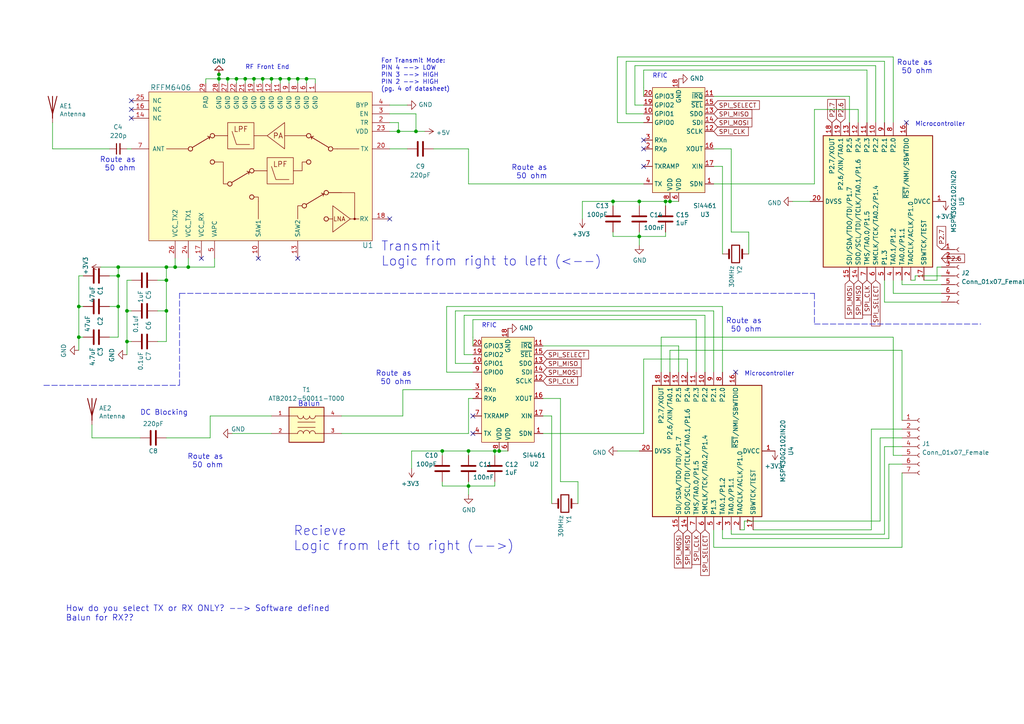
<source format=kicad_sch>
(kicad_sch (version 20211123) (generator eeschema)
  (paper "A4")
  (title_block (company "Atharva Kulkarni"))
  (lib_symbols
    (symbol "ATB2012-50011-T000:ATB2012-50011-T000" (pin_names (offset 1.016) hide)
      (property "Reference" "T" (at -5.08 5.715 0))
      (property "Value" "ATB2012-50011-T000" (at -5.1054 -7.6454 0))
      (symbol "ATB2012-50011-T000_0_0"
        (rectangle (start -5.08 -5.08) (end 5.08 5.08) (stroke (width 0.254)) (fill (type background)))
        (arc (start -2.54 2.54) (mid -1.7272 1.7272) (end -0.9144 2.54) (stroke (width 0.1524)))
        (arc (start -0.9144 -2.54) (mid -1.7526 -1.7018) (end -2.5654 -2.54) (stroke (width 0.1524)))
        (arc (start -0.9144 2.54) (mid 0 1.6256) (end 0.9144 2.54) (stroke (width 0.1524)))
        (polyline (pts (xy -5.08 2.54) (xy -2.54 2.54)) (stroke (width 0.1524)))
        (polyline (pts (xy -2.54 -2.54) (xy -5.08 -2.54)) (stroke (width 0.1524)))
        (polyline (pts (xy -2.54 -0.762) (xy 2.54 -0.762)) (stroke (width 0.1524)))
        (polyline (pts (xy -2.54 0.762) (xy 2.54 0.762)) (stroke (width 0.1524)))
        (polyline (pts (xy 2.54 2.54) (xy 5.08 2.54)) (stroke (width 0.1524)))
        (polyline (pts (xy 5.08 -2.54) (xy 2.54 -2.54)) (stroke (width 0.1524)))
        (arc (start 0.9144 -2.54) (mid 0 -1.6256) (end -0.9144 -2.54) (stroke (width 0.1524)))
        (arc (start 0.9144 2.54) (mid 1.7526 1.7018) (end 2.5654 2.54) (stroke (width 0.1524)))
        (arc (start 2.54 -2.54) (mid 1.7272 -1.7272) (end 0.9144 -2.54) (stroke (width 0.1524)))
        (pin passive line (at -10.16 2.54 0) (length 5.08) (name "~") (number "1"))
        (pin passive line (at -10.16 -2.54 0) (length 5.08) (name "~") (number "2"))
        (pin passive line (at 10.16 -2.54 180) (length 5.08) (name "~") (number "3"))
        (pin passive line (at 10.16 2.54 180) (length 5.08) (name "~") (number "4"))
      )
    )
    (symbol "Atharva-Colton-RF-rescue:+5V-openlst-hw" (power) (pin_names (offset 0))
      (property "Value" "+5V-openlst-hw" (at 0 3.556 0))
      (symbol "+5V-openlst-hw_0_1"
        (polyline (pts (xy -0.762 1.27) (xy 0 2.54)))
        (polyline (pts (xy 0 0) (xy 0 2.54)))
        (polyline (pts (xy 0 2.54) (xy 0.762 1.27)))
      )
      (symbol "+5V-openlst-hw_1_1"
        (pin power_in line (at 0 0 90) (length 0) hide (name "+5V") (number "1"))
      )
    )
    (symbol "Atharva-Colton-RF-rescue:C_Small-openlst-hw" (pin_numbers hide) (pin_names (offset 0.254) hide)
      (property "Reference" "C" (at 0.254 1.778 0))
      (property "Value" "C_Small-openlst-hw" (at 0.254 -2.032 0))
      (symbol "C_Small-openlst-hw_0_1"
        (polyline (pts (xy -1.524 -0.508) (xy 1.524 -0.508)) (stroke (width 0.3302)))
        (polyline (pts (xy -1.524 0.508) (xy 1.524 0.508)) (stroke (width 0.3048)))
      )
      (symbol "C_Small-openlst-hw_1_1"
        (pin passive line (at 0 2.54 270) (length 2.032) (name "~") (number "1"))
        (pin passive line (at 0 -2.54 90) (length 2.032) (name "~") (number "2"))
      )
    )
    (symbol "Atharva-Colton-RF-rescue:GND-openlst-hw" (power) (pin_names (offset 0))
      (property "Value" "GND-openlst-hw" (at 0 -3.81 0))
      (symbol "GND-openlst-hw_0_1"
        (polyline (pts (xy 0 0) (xy 0 -1.27) (xy 1.27 -1.27) (xy 0 -2.54) (xy -1.27 -1.27) (xy 0 -1.27)))
      )
      (symbol "GND-openlst-hw_1_1"
        (pin power_in line (at 0 0 270) (length 0) hide (name "GND") (number "1"))
      )
    )
    (symbol "Atharva-Colton-RF-rescue:RFFM6403-openlst-hw" (pin_names (offset 1.016))
      (property "Reference" "U" (at -30.48 22.86 0))
      (property "Value" "RFFM6403-openlst-hw" (at 26.67 -22.86 0))
      (symbol "RFFM6403-openlst-hw_0_0"
        (rectangle (start -31.75 21.59) (end 33.02 -21.59) (fill (type background)))
        (circle (center -26.67 15.24) (radius 0.254) (fill (type outline)))
        (polyline (pts (xy -25.4 15.24) (xy -27.94 15.24)))
        (polyline (pts (xy -22.86 7.62) (xy -19.05 7.62)))
        (polyline (pts (xy -22.86 7.62) (xy -19.05 7.62)))
        (polyline (pts (xy -21.59 -5.08) (xy -27.94 -5.08)))
        (polyline (pts (xy -20.32 15.24) (xy -19.05 15.24)))
        (polyline (pts (xy -1.27 -8.89) (xy 2.54 -8.89)))
        (polyline (pts (xy -1.27 1.27) (xy 2.54 1.27)))
        (polyline (pts (xy -1.27 1.27) (xy 2.54 1.27)))
        (polyline (pts (xy 1.27 10.16) (xy 1.27 15.24)))
        (polyline (pts (xy 10.16 -8.89) (xy 13.97 -8.89)))
        (polyline (pts (xy 10.16 -8.89) (xy 13.97 -8.89)))
        (polyline (pts (xy -22.86 7.62) (xy -26.67 7.62) (xy -26.67 15.24)))
        (polyline (pts (xy -11.43 11.43) (xy -10.16 11.43) (xy -10.16 15.24)))
        (polyline (pts (xy 2.54 8.89) (xy 1.27 8.89) (xy 1.27 10.16)))
        (text "LNA" (at -22.225 15.24 0) (effects (font (size 1.27 1.27))))
        (text "LPF" (at -5.08 -0.635 0) (effects (font (size 1.524 1.524))))
        (text "LPF" (at 6.35 -10.795 0) (effects (font (size 1.524 1.524))))
        (text "PA" (at -4.445 -8.89 0) (effects (font (size 1.524 1.524))))
      )
      (symbol "RFFM6403-openlst-hw_0_1"
        (circle (center -19.685 -5.08) (radius 0.635))
        (circle (center -19.685 -5.08) (radius 0.635))
        (circle (center -18.415 7.62) (radius 0.635))
        (circle (center -18.415 7.62) (radius 0.635))
        (circle (center -18.415 15.24) (radius 0.635))
        (circle (center -18.415 15.24) (radius 0.635))
        (circle (center -13.335 -8.89) (radius 0.635))
        (circle (center -13.335 -8.89) (radius 0.635))
        (circle (center -13.335 -1.27) (radius 0.635))
        (circle (center -13.335 -1.27) (radius 0.635))
        (circle (center -12.065 11.43) (radius 0.635))
        (circle (center -12.065 11.43) (radius 0.635))
        (rectangle (start -8.89 5.08) (end -1.27 -2.54))
        (polyline (pts (xy -20.32 -5.08) (xy -21.59 -5.08)))
        (polyline (pts (xy -17.653 8.001) (xy -17.018 7.747)))
        (polyline (pts (xy -17.653 8.001) (xy -17.018 7.747)))
        (polyline (pts (xy -14.097 -8.509) (xy -14.732 -8.763)))
        (polyline (pts (xy -14.097 -8.509) (xy -14.732 -8.763)))
        (polyline (pts (xy -12.7 -8.89) (xy -6.35 -8.89)))
        (polyline (pts (xy 3.937 1.651) (xy 4.572 1.397)))
        (polyline (pts (xy 3.937 1.651) (xy 4.572 1.397)))
        (polyline (pts (xy 15.367 -8.509) (xy 16.002 -8.763)))
        (polyline (pts (xy 15.367 -8.509) (xy 16.002 -8.763)))
        (polyline (pts (xy 21.59 -5.08) (xy 27.94 -5.08)))
        (polyline (pts (xy -19.177 -5.461) (xy -14.097 -8.509) (xy -14.224 -7.874)))
        (polyline (pts (xy -19.177 -5.461) (xy -14.097 -8.509) (xy -14.224 -7.874)))
        (polyline (pts (xy -12.573 11.049) (xy -17.653 8.001) (xy -17.526 8.636)))
        (polyline (pts (xy -12.573 11.049) (xy -17.653 8.001) (xy -17.526 8.636)))
        (polyline (pts (xy -7.62 3.81) (xy -3.81 3.81) (xy -2.54 0)))
        (polyline (pts (xy 3.81 -6.35) (xy 7.62 -6.35) (xy 8.89 -10.16)))
        (polyline (pts (xy 9.017 4.699) (xy 3.937 1.651) (xy 4.064 2.286)))
        (polyline (pts (xy 9.017 4.699) (xy 3.937 1.651) (xy 4.064 2.286)))
        (polyline (pts (xy 20.447 -5.461) (xy 15.367 -8.509) (xy 15.494 -7.874)))
        (polyline (pts (xy 20.447 -5.461) (xy 15.367 -8.509) (xy 15.494 -7.874)))
        (polyline (pts (xy -20.32 11.43) (xy -20.32 19.05) (xy -25.4 15.24) (xy -20.32 11.43)))
        (polyline (pts (xy -12.7 -1.27) (xy -11.43 -1.27) (xy -11.43 1.27) (xy -8.89 1.27)))
        (polyline (pts (xy -6.35 -12.7) (xy -6.35 -5.08) (xy -1.27 -8.89) (xy -6.35 -12.7)))
        (polyline (pts (xy 13.97 -1.27) (xy 11.43 -1.27) (xy 11.43 5.08) (xy 10.16 5.08)))
        (rectangle (start 2.54 -5.08) (end 10.16 -12.7))
        (circle (center 3.175 1.27) (radius 0.635))
        (circle (center 3.175 1.27) (radius 0.635))
        (circle (center 3.175 8.89) (radius 0.635))
        (circle (center 3.175 8.89) (radius 0.635))
        (circle (center 9.525 5.08) (radius 0.635))
        (circle (center 9.525 5.08) (radius 0.635))
        (circle (center 14.605 -8.89) (radius 0.635))
        (circle (center 14.605 -8.89) (radius 0.635))
        (circle (center 14.605 -1.27) (radius 0.635))
        (circle (center 14.605 -1.27) (radius 0.635))
        (circle (center 20.955 -5.08) (radius 0.635))
        (circle (center 20.955 -5.08) (radius 0.635))
      )
      (symbol "RFFM6403-openlst-hw_1_1"
        (pin passive line (at -15.24 -24.13 90) (length 2.54) (name "GND") (number "1"))
        (pin passive line (at 1.27 26.67 270) (length 5.08) (name "SAW1") (number "10"))
        (pin passive line (at -5.08 -24.13 90) (length 2.54) (name "GND") (number "11"))
        (pin passive line (at -2.54 -24.13 90) (length 2.54) (name "GND") (number "12"))
        (pin passive line (at -10.16 26.67 270) (length 5.08) (name "SAW2") (number "13"))
        (pin passive line (at 38.1 -13.97 180) (length 5.08) (name "NC") (number "14"))
        (pin passive line (at 0 -24.13 90) (length 2.54) (name "GND") (number "15"))
        (pin passive line (at 38.1 -16.51 180) (length 5.08) (name "NC") (number "16"))
        (pin passive line (at 17.78 26.67 270) (length 5.08) (name "VCC_RX") (number "17"))
        (pin passive line (at -36.83 15.24 0) (length 5.08) (name "RX") (number "18"))
        (pin passive line (at 2.54 -24.13 90) (length 2.54) (name "GND") (number "19"))
        (pin passive line (at -36.83 -12.7 0) (length 5.08) (name "TR") (number "2"))
        (pin passive line (at -36.83 -5.08 0) (length 5.08) (name "TX") (number "20"))
        (pin passive line (at 5.08 -24.13 90) (length 2.54) (name "GND") (number "21"))
        (pin passive line (at 7.62 -24.13 90) (length 2.54) (name "GND") (number "22"))
        (pin passive line (at -36.83 -10.16 0) (length 5.08) (name "VDD") (number "23"))
        (pin passive line (at 21.59 26.67 270) (length 5.08) (name "VCC_TX1") (number "24"))
        (pin passive line (at 38.1 -19.05 180) (length 5.08) (name "NC") (number "25"))
        (pin passive line (at 25.4 26.67 270) (length 5.08) (name "VCC_TX2") (number "26"))
        (pin passive line (at 10.16 -24.13 90) (length 2.54) (name "GND") (number "27"))
        (pin passive line (at 12.7 -24.13 90) (length 2.54) (name "GND") (number "28"))
        (pin passive line (at 16.51 -24.13 90) (length 2.54) (name "PAD") (number "29"))
        (pin passive line (at -36.83 -15.24 0) (length 5.08) (name "EN") (number "3"))
        (pin passive line (at -36.83 -17.78 0) (length 5.08) (name "BYP") (number "4"))
        (pin passive line (at 13.97 26.67 270) (length 5.08) (name "VAPC") (number "5"))
        (pin passive line (at -12.7 -24.13 90) (length 2.54) (name "GND") (number "6"))
        (pin passive line (at 38.1 -5.08 180) (length 5.08) (name "ANT") (number "7"))
        (pin passive line (at -10.16 -24.13 90) (length 2.54) (name "GND") (number "8"))
        (pin passive line (at -7.62 -24.13 90) (length 2.54) (name "GND") (number "9"))
      )
    )
    (symbol "Connector:Conn_01x07_Female" (pin_names (offset 1.016) hide)
      (property "Reference" "J" (at 0 10.16 0))
      (property "Value" "Conn_01x07_Female" (at 0 -10.16 0))
      (symbol "Conn_01x07_Female_1_1"
        (arc (start 0 -7.112) (mid -0.508 -7.62) (end 0 -8.128) (stroke (width 0.1524)))
        (arc (start 0 -4.572) (mid -0.508 -5.08) (end 0 -5.588) (stroke (width 0.1524)))
        (arc (start 0 -2.032) (mid -0.508 -2.54) (end 0 -3.048) (stroke (width 0.1524)))
        (polyline (pts (xy -1.27 -7.62) (xy -0.508 -7.62)) (stroke (width 0.1524)))
        (polyline (pts (xy -1.27 -5.08) (xy -0.508 -5.08)) (stroke (width 0.1524)))
        (polyline (pts (xy -1.27 -2.54) (xy -0.508 -2.54)) (stroke (width 0.1524)))
        (polyline (pts (xy -1.27 0) (xy -0.508 0)) (stroke (width 0.1524)))
        (polyline (pts (xy -1.27 2.54) (xy -0.508 2.54)) (stroke (width 0.1524)))
        (polyline (pts (xy -1.27 5.08) (xy -0.508 5.08)) (stroke (width 0.1524)))
        (polyline (pts (xy -1.27 7.62) (xy -0.508 7.62)) (stroke (width 0.1524)))
        (arc (start 0 0.508) (mid -0.508 0) (end 0 -0.508) (stroke (width 0.1524)))
        (arc (start 0 3.048) (mid -0.508 2.54) (end 0 2.032) (stroke (width 0.1524)))
        (arc (start 0 5.588) (mid -0.508 5.08) (end 0 4.572) (stroke (width 0.1524)))
        (arc (start 0 8.128) (mid -0.508 7.62) (end 0 7.112) (stroke (width 0.1524)))
        (pin passive line (at -5.08 7.62 0) (length 3.81) (name "Pin_1") (number "1"))
        (pin passive line (at -5.08 5.08 0) (length 3.81) (name "Pin_2") (number "2"))
        (pin passive line (at -5.08 2.54 0) (length 3.81) (name "Pin_3") (number "3"))
        (pin passive line (at -5.08 0 0) (length 3.81) (name "Pin_4") (number "4"))
        (pin passive line (at -5.08 -2.54 0) (length 3.81) (name "Pin_5") (number "5"))
        (pin passive line (at -5.08 -5.08 0) (length 3.81) (name "Pin_6") (number "6"))
        (pin passive line (at -5.08 -7.62 0) (length 3.81) (name "Pin_7") (number "7"))
      )
    )
    (symbol "Device:Antenna" (pin_numbers hide) (pin_names (offset 1.016) hide)
      (property "Reference" "AE" (at -1.905 1.905 0))
      (property "Value" "Antenna" (at -1.905 0 0))
      (symbol "Antenna_0_1"
        (polyline (pts (xy 0 2.54) (xy 0 -3.81)) (stroke (width 0.254)))
        (polyline (pts (xy 1.27 2.54) (xy 0 -2.54) (xy -1.27 2.54)) (stroke (width 0.254)))
      )
      (symbol "Antenna_1_1"
        (pin input line (at 0 -5.08 90) (length 2.54) (name "A") (number "1"))
      )
    )
    (symbol "Device:C" (pin_numbers hide) (pin_names (offset 0.254))
      (property "Reference" "C" (at 0.635 2.54 0))
      (property "Value" "C" (at 0.635 -2.54 0))
      (symbol "C_0_1"
        (polyline (pts (xy -2.032 -0.762) (xy 2.032 -0.762)) (stroke (width 0.508)))
        (polyline (pts (xy -2.032 0.762) (xy 2.032 0.762)) (stroke (width 0.508)))
      )
      (symbol "C_1_1"
        (pin passive line (at 0 3.81 270) (length 2.794) (name "~") (number "1"))
        (pin passive line (at 0 -3.81 90) (length 2.794) (name "~") (number "2"))
      )
    )
    (symbol "Device:Crystal" (pin_numbers hide) (pin_names (offset 1.016) hide)
      (property "Reference" "Y" (at 0 3.81 0))
      (property "Value" "Crystal" (at 0 -3.81 0))
      (symbol "Crystal_0_1"
        (rectangle (start -1.143 2.54) (end 1.143 -2.54) (stroke (width 0.3048)))
        (polyline (pts (xy -2.54 0) (xy -1.905 0)))
        (polyline (pts (xy -1.905 -1.27) (xy -1.905 1.27)) (stroke (width 0.508)))
        (polyline (pts (xy 1.905 -1.27) (xy 1.905 1.27)) (stroke (width 0.508)))
        (polyline (pts (xy 2.54 0) (xy 1.905 0)))
      )
      (symbol "Crystal_1_1"
        (pin passive line (at -3.81 0 0) (length 1.27) (name "1") (number "1"))
        (pin passive line (at 3.81 0 180) (length 1.27) (name "2") (number "2"))
      )
    )
    (symbol "MCU_Texas_MSP430:MSP430G2102IN20"
      (property "Reference" "U" (at -17.78 17.78 0))
      (property "Value" "MSP430G2102IN20" (at 12.7 -16.51 0))
      (symbol "MSP430G2102IN20_0_1"
        (rectangle (start -19.05 16.51) (end 19.05 -15.24) (stroke (width 0.254)) (fill (type background)))
      )
      (symbol "MSP430G2102IN20_1_1"
        (pin power_in line (at 0 20.32 270) (length 3.81) (name "DVCC") (number "1"))
        (pin bidirectional line (at -22.86 0 0) (length 3.81) (name "P2.2") (number "10"))
        (pin bidirectional line (at -22.86 -2.54 0) (length 3.81) (name "P2.3") (number "11"))
        (pin bidirectional line (at -22.86 -5.08 0) (length 3.81) (name "P2.4") (number "12"))
        (pin bidirectional line (at -22.86 -7.62 0) (length 3.81) (name "P2.5") (number "13"))
        (pin bidirectional line (at 22.86 -5.08 180) (length 3.81) (name "SDO/SCL/TDI/TCLK/TA0.1/P1.6") (number "14"))
        (pin bidirectional line (at 22.86 -7.62 180) (length 3.81) (name "SDI/SDA/TDO/TDI/P1.7") (number "15"))
        (pin input line (at -22.86 8.89 0) (length 3.81) (name "~{RST}/NMI/SBWTDIO") (number "16"))
        (pin input line (at 22.86 13.97 180) (length 3.81) (name "SBWTCK/TEST") (number "17"))
        (pin bidirectional line (at -22.86 -12.7 0) (length 3.81) (name "P2.7/XOUT") (number "18"))
        (pin bidirectional line (at -22.86 -10.16 0) (length 3.81) (name "P2.6/XIN/TA0.1") (number "19"))
        (pin bidirectional line (at 22.86 10.16 180) (length 3.81) (name "TA0CLK/ACLK/P1.0") (number "2"))
        (pin power_in line (at 0 -19.05 90) (length 3.81) (name "DVSS") (number "20"))
        (pin bidirectional line (at 22.86 7.62 180) (length 3.81) (name "TA0.0/P1.1") (number "3"))
        (pin bidirectional line (at 22.86 5.08 180) (length 3.81) (name "TA0.1/P1.2") (number "4"))
        (pin bidirectional line (at 22.86 2.54 180) (length 3.81) (name "P1.3") (number "5"))
        (pin bidirectional line (at 22.86 0 180) (length 3.81) (name "SMCLK/TCK/TA0.2/P1.4") (number "6"))
        (pin bidirectional line (at 22.86 -2.54 180) (length 3.81) (name "TMS/TA0.0/P1.5") (number "7"))
        (pin bidirectional line (at -22.86 5.08 0) (length 3.81) (name "P2.0") (number "8"))
        (pin bidirectional line (at -22.86 2.54 0) (length 3.81) (name "P2.1") (number "9"))
      )
    )
    (symbol "RF:Si4461"
      (property "Reference" "U" (at -6.35 16.51 0))
      (property "Value" "Si4461" (at 6.35 16.51 0))
      (symbol "Si4461_0_1"
        (rectangle (start -7.62 15.24) (end 7.62 -15.24) (fill (type background)))
        (rectangle (start 10.16 -15.24) (end 10.16 -15.24))
      )
      (symbol "Si4461_1_1"
        (pin input line (at -10.16 12.7 0) (length 2.54) (name "SDN") (number "1"))
        (pin bidirectional line (at 10.16 -7.62 180) (length 2.54) (name "GPIO1") (number "10"))
        (pin open_collector line (at -10.16 -12.7 0) (length 2.54) (name "~{IRQ}") (number "11"))
        (pin input line (at -10.16 -2.54 0) (length 2.54) (name "SCLK") (number "12"))
        (pin output line (at -10.16 -7.62 0) (length 2.54) (name "SDO") (number "13"))
        (pin input line (at -10.16 -5.08 0) (length 2.54) (name "SDI") (number "14"))
        (pin input line (at -10.16 -10.16 0) (length 2.54) (name "~{SEL}") (number "15"))
        (pin passive line (at -10.16 2.54 0) (length 2.54) (name "XOUT") (number "16"))
        (pin input line (at -10.16 7.62 0) (length 2.54) (name "XIN") (number "17"))
        (pin power_in line (at 0 -17.78 90) (length 2.54) (name "GND") (number "18"))
        (pin bidirectional line (at 10.16 -10.16 180) (length 2.54) (name "GPIO2") (number "19"))
        (pin input line (at 10.16 2.54 180) (length 2.54) (name "RXp") (number "2"))
        (pin bidirectional line (at 10.16 -12.7 180) (length 2.54) (name "GPIO3") (number "20"))
        (pin power_in line (at 0 -17.78 90) (length 2.54) hide (name "GND") (number "21"))
        (pin input line (at 10.16 0 180) (length 2.54) (name "RXn") (number "3"))
        (pin output line (at 10.16 12.7 180) (length 2.54) (name "TX") (number "4"))
        (pin no_connect line (at 7.62 -15.24 180) (length 2.54) hide (name "NC") (number "5"))
        (pin power_in line (at 0 17.78 270) (length 2.54) (name "VDD") (number "6"))
        (pin output line (at 10.16 7.62 180) (length 2.54) (name "TXRAMP") (number "7"))
        (pin power_in line (at 2.54 17.78 270) (length 2.54) (name "VDD") (number "8"))
        (pin bidirectional line (at 10.16 -5.08 180) (length 2.54) (name "GPIO0") (number "9"))
      )
    )
    (symbol "power:+3V3" (power) (pin_names (offset 0))
      (property "Value" "+3V3" (at 0 3.556 0))
      (symbol "+3V3_0_1"
        (polyline (pts (xy -0.762 1.27) (xy 0 2.54)))
        (polyline (pts (xy 0 0) (xy 0 2.54)))
        (polyline (pts (xy 0 2.54) (xy 0.762 1.27)))
      )
      (symbol "+3V3_1_1"
        (pin power_in line (at 0 0 90) (length 0) hide (name "+3V3") (number "1"))
      )
    )
    (symbol "power:GND" (power) (pin_names (offset 0))
      (property "Value" "GND" (at 0 -3.81 0))
      (symbol "GND_0_1"
        (polyline (pts (xy 0 0) (xy 0 -1.27) (xy 1.27 -1.27) (xy 0 -2.54) (xy -1.27 -1.27) (xy 0 -1.27)))
      )
      (symbol "GND_1_1"
        (pin power_in line (at 0 0 270) (length 0) hide (name "GND") (number "1"))
      )
    )
  )
  (junction (at 66.04 22.86))
  (junction (at 50.8 77.47))
  (junction (at 86.36 22.86))
  (junction (at 135.89 130.81))
  (junction (at 34.29 77.47))
  (junction (at 83.82 22.86))
  (junction (at 194.31 58.42))
  (junction (at 76.2 22.86))
  (junction (at 143.51 130.81))
  (junction (at 63.5 21.59))
  (junction (at 120.65 38.1))
  (junction (at 115.57 38.1))
  (junction (at 144.78 130.81))
  (junction (at 185.42 68.58))
  (junction (at 73.66 22.86))
  (junction (at 54.61 77.47))
  (junction (at 177.8 58.42))
  (junction (at 22.86 97.79))
  (junction (at 22.86 88.9))
  (junction (at 128.27 130.81))
  (junction (at 36.83 90.17))
  (junction (at 36.83 99.06))
  (junction (at 71.12 22.86))
  (junction (at 34.29 88.9))
  (junction (at 88.9 22.86))
  (junction (at 78.74 22.86))
  (junction (at 193.04 58.42))
  (junction (at 68.58 22.86))
  (junction (at 48.26 77.47))
  (junction (at 48.26 90.17))
  (junction (at 185.42 58.42))
  (junction (at 81.28 22.86))
  (junction (at 48.26 81.28))
  (junction (at 135.89 140.97))
  (junction (at 63.5 22.86))
  (junction (at 34.29 80.01))
  (no_connect (at 58.42 74.93))
  (no_connect (at 213.36 107.95))
  (no_connect (at 113.03 63.5))
  (no_connect (at 137.16 125.73))
  (no_connect (at 86.36 74.93))
  (no_connect (at 74.93 74.93))
  (no_connect (at 38.1 34.29))
  (no_connect (at 137.16 120.65))
  (no_connect (at 38.1 29.21))
  (no_connect (at 186.69 40.64))
  (no_connect (at 186.69 43.18))
  (no_connect (at 186.69 48.26))
  (no_connect (at 38.1 31.75))
  (no_connect (at 262.89 35.56))
  (wire (pts (xy 22.86 88.9) (xy 22.86 80.01)))
  (wire (pts (xy 181.61 33.02) (xy 181.61 17.78)))
  (wire (pts (xy 71.12 22.86) (xy 68.58 22.86)))
  (wire (pts (xy 209.55 48.26) (xy 209.55 73.66)))
  (wire (pts (xy 48.26 81.28) (xy 45.72 81.28)))
  (wire (pts (xy 168.91 58.42) (xy 177.8 58.42)))
  (wire (pts (xy 186.69 27.94) (xy 186.69 20.32)))
  (wire (pts (xy 34.29 77.47) (xy 34.29 80.01)))
  (wire (pts (xy 48.26 99.06) (xy 45.72 99.06)))
  (wire (pts (xy 215.9 153.67) (xy 215.9 151.13)))
  (wire (pts (xy 207.01 53.34) (xy 236.22 53.34)))
  (wire (pts (xy 129.54 88.9) (xy 209.55 88.9)))
  (wire (pts (xy 34.29 88.9) (xy 34.29 97.79)))
  (wire (pts (xy 48.26 77.47) (xy 48.26 81.28)))
  (wire (pts (xy 186.69 104.14) (xy 199.39 104.14)))
  (wire (pts (xy 135.89 130.81) (xy 135.89 132.08)))
  (wire (pts (xy 128.27 130.81) (xy 128.27 132.08)))
  (wire (pts (xy 59.69 22.86) (xy 59.69 24.13)))
  (wire (pts (xy 212.09 153.67) (xy 212.09 154.94)))
  (wire (pts (xy 63.5 24.13) (xy 63.5 22.86)))
  (wire (pts (xy 24.13 97.79) (xy 22.86 97.79)))
  (wire (pts (xy 157.48 125.73) (xy 186.69 125.73)))
  (wire (pts (xy 116.84 113.03) (xy 137.16 113.03)))
  (wire (pts (xy 113.03 35.56) (xy 115.57 35.56)))
  (wire (pts (xy 207.01 158.75) (xy 261.62 158.75)))
  (wire (pts (xy 191.77 107.95) (xy 191.77 97.79)))
  (wire (pts (xy 184.15 19.05) (xy 254 19.05)))
  (wire (pts (xy 229.87 58.42) (xy 234.95 58.42)))
  (wire (pts (xy 185.42 58.42) (xy 193.04 58.42)))
  (wire (pts (xy 99.06 125.73) (xy 135.89 125.73)))
  (wire (pts (xy 194.31 101.6) (xy 261.62 101.6)))
  (wire (pts (xy 22.86 97.79) (xy 22.86 101.6)))
  (wire (pts (xy 157.48 100.33) (xy 196.85 100.33)))
  (wire (pts (xy 135.89 140.97) (xy 135.89 143.51)))
  (wire (pts (xy 209.55 88.9) (xy 209.55 107.95)))
  (wire (pts (xy 207.01 27.94) (xy 246.38 27.94)))
  (wire (pts (xy 66.04 22.86) (xy 63.5 22.86)))
  (wire (pts (xy 135.89 53.34) (xy 135.89 43.18)))
  (wire (pts (xy 217.17 67.31) (xy 217.17 73.66)))
  (wire (pts (xy 196.85 58.42) (xy 194.31 58.42)))
  (wire (pts (xy 264.16 81.28) (xy 265.43 81.28)))
  (wire (pts (xy 160.02 120.65) (xy 160.02 146.05)))
  (wire (pts (xy 193.04 59.69) (xy 193.04 58.42)))
  (wire (pts (xy 259.08 132.08) (xy 261.62 132.08)))
  (wire (pts (xy 181.61 17.78) (xy 256.54 17.78)))
  (wire (pts (xy 259.08 85.09) (xy 273.05 85.09)))
  (wire (pts (xy 218.44 153.67) (xy 252.73 153.67)))
  (wire (pts (xy 177.8 58.42) (xy 177.8 59.69)))
  (wire (pts (xy 191.77 97.79) (xy 259.08 97.79)))
  (polyline (pts (xy 52.07 85.09) (xy 236.22 85.09)))
  (wire (pts (xy 186.69 53.34) (xy 135.89 53.34)))
  (wire (pts (xy 185.42 67.31) (xy 185.42 68.58)))
  (wire (pts (xy 184.15 30.48) (xy 184.15 19.05)))
  (wire (pts (xy 212.09 154.94) (xy 256.54 154.94)))
  (wire (pts (xy 271.78 77.47) (xy 273.05 77.47)))
  (wire (pts (xy 162.56 139.7) (xy 167.64 139.7)))
  (polyline (pts (xy 236.22 85.09) (xy 236.22 93.98)))
  (wire (pts (xy 256.54 81.28) (xy 256.54 87.63)))
  (wire (pts (xy 186.69 35.56) (xy 179.07 35.56)))
  (wire (pts (xy 15.24 43.18) (xy 31.75 43.18)))
  (wire (pts (xy 194.31 107.95) (xy 194.31 101.6)))
  (wire (pts (xy 137.16 107.95) (xy 129.54 107.95)))
  (wire (pts (xy 204.47 91.44) (xy 204.47 107.95)))
  (wire (pts (xy 256.54 129.54) (xy 261.62 129.54)))
  (wire (pts (xy 83.82 22.86) (xy 83.82 24.13)))
  (wire (pts (xy 91.44 24.13) (xy 91.44 22.86)))
  (wire (pts (xy 207.01 153.67) (xy 207.01 158.75)))
  (wire (pts (xy 78.74 22.86) (xy 76.2 22.86)))
  (wire (pts (xy 120.65 38.1) (xy 123.19 38.1)))
  (wire (pts (xy 50.8 74.93) (xy 50.8 77.47)))
  (wire (pts (xy 255.27 151.13) (xy 255.27 127)))
  (wire (pts (xy 236.22 31.75) (xy 248.92 31.75)))
  (polyline (pts (xy 236.22 93.98) (xy 284.48 93.98)))
  (wire (pts (xy 34.29 80.01) (xy 34.29 88.9)))
  (wire (pts (xy 132.08 105.41) (xy 132.08 90.17)))
  (wire (pts (xy 38.1 43.18) (xy 36.83 43.18)))
  (wire (pts (xy 36.83 99.06) (xy 36.83 90.17)))
  (wire (pts (xy 261.62 101.6) (xy 261.62 121.92)))
  (wire (pts (xy 143.51 132.08) (xy 143.51 130.81)))
  (wire (pts (xy 63.5 22.86) (xy 63.5 21.59)))
  (wire (pts (xy 71.12 22.86) (xy 71.12 24.13)))
  (wire (pts (xy 50.8 77.47) (xy 54.61 77.47)))
  (wire (pts (xy 137.16 105.41) (xy 132.08 105.41)))
  (wire (pts (xy 54.61 74.93) (xy 54.61 77.47)))
  (wire (pts (xy 76.2 22.86) (xy 73.66 22.86)))
  (wire (pts (xy 48.26 127) (xy 60.96 127)))
  (wire (pts (xy 24.13 88.9) (xy 22.86 88.9)))
  (wire (pts (xy 207.01 48.26) (xy 209.55 48.26)))
  (wire (pts (xy 67.31 125.73) (xy 78.74 125.73)))
  (wire (pts (xy 257.81 156.21) (xy 257.81 134.62)))
  (wire (pts (xy 134.62 91.44) (xy 204.47 91.44)))
  (wire (pts (xy 135.89 139.7) (xy 135.89 140.97)))
  (wire (pts (xy 119.38 130.81) (xy 128.27 130.81)))
  (wire (pts (xy 36.83 90.17) (xy 36.83 81.28)))
  (wire (pts (xy 212.09 67.31) (xy 217.17 67.31)))
  (wire (pts (xy 88.9 24.13) (xy 88.9 22.86)))
  (wire (pts (xy 207.01 43.18) (xy 212.09 43.18)))
  (wire (pts (xy 252.73 153.67) (xy 252.73 124.46)))
  (wire (pts (xy 36.83 99.06) (xy 36.83 102.87)))
  (wire (pts (xy 193.04 58.42) (xy 194.31 58.42)))
  (wire (pts (xy 186.69 125.73) (xy 186.69 104.14)))
  (wire (pts (xy 261.62 81.28) (xy 261.62 82.55)))
  (wire (pts (xy 246.38 27.94) (xy 246.38 35.56)))
  (wire (pts (xy 68.58 22.86) (xy 68.58 24.13)))
  (wire (pts (xy 113.03 38.1) (xy 115.57 38.1)))
  (wire (pts (xy 135.89 115.57) (xy 137.16 115.57)))
  (wire (pts (xy 193.04 68.58) (xy 193.04 67.31)))
  (wire (pts (xy 179.07 35.56) (xy 179.07 16.51)))
  (wire (pts (xy 38.1 90.17) (xy 36.83 90.17)))
  (wire (pts (xy 256.54 154.94) (xy 256.54 129.54)))
  (wire (pts (xy 201.93 92.71) (xy 201.93 107.95)))
  (wire (pts (xy 135.89 140.97) (xy 143.51 140.97)))
  (wire (pts (xy 177.8 68.58) (xy 185.42 68.58)))
  (wire (pts (xy 212.09 43.18) (xy 212.09 67.31)))
  (wire (pts (xy 88.9 22.86) (xy 86.36 22.86)))
  (wire (pts (xy 81.28 22.86) (xy 81.28 24.13)))
  (wire (pts (xy 137.16 92.71) (xy 201.93 92.71)))
  (wire (pts (xy 132.08 90.17) (xy 207.01 90.17)))
  (wire (pts (xy 177.8 67.31) (xy 177.8 68.58)))
  (wire (pts (xy 261.62 82.55) (xy 273.05 82.55)))
  (wire (pts (xy 199.39 104.14) (xy 199.39 107.95)))
  (wire (pts (xy 186.69 33.02) (xy 181.61 33.02)))
  (wire (pts (xy 129.54 107.95) (xy 129.54 88.9)))
  (wire (pts (xy 22.86 97.79) (xy 22.86 88.9)))
  (wire (pts (xy 120.65 33.02) (xy 120.65 38.1)))
  (wire (pts (xy 157.48 120.65) (xy 160.02 120.65)))
  (wire (pts (xy 34.29 77.47) (xy 48.26 77.47)))
  (wire (pts (xy 259.08 97.79) (xy 259.08 132.08)))
  (polyline (pts (xy 52.07 111.76) (xy 52.07 85.09)))
  (wire (pts (xy 255.27 127) (xy 261.62 127)))
  (wire (pts (xy 83.82 22.86) (xy 81.28 22.86)))
  (wire (pts (xy 119.38 130.81) (xy 119.38 135.89)))
  (wire (pts (xy 125.73 43.18) (xy 135.89 43.18)))
  (wire (pts (xy 116.84 120.65) (xy 99.06 120.65)))
  (wire (pts (xy 168.91 58.42) (xy 168.91 63.5)))
  (wire (pts (xy 63.5 22.86) (xy 59.69 22.86)))
  (wire (pts (xy 73.66 22.86) (xy 71.12 22.86)))
  (wire (pts (xy 66.04 22.86) (xy 66.04 24.13)))
  (wire (pts (xy 143.51 140.97) (xy 143.51 139.7)))
  (wire (pts (xy 259.08 16.51) (xy 259.08 35.56)))
  (wire (pts (xy 179.07 16.51) (xy 259.08 16.51)))
  (wire (pts (xy 137.16 100.33) (xy 137.16 92.71)))
  (wire (pts (xy 48.26 77.47) (xy 50.8 77.47)))
  (wire (pts (xy 259.08 81.28) (xy 259.08 85.09)))
  (wire (pts (xy 267.97 81.28) (xy 271.78 81.28)))
  (wire (pts (xy 185.42 68.58) (xy 185.42 71.12)))
  (wire (pts (xy 186.69 20.32) (xy 251.46 20.32)))
  (wire (pts (xy 62.23 77.47) (xy 62.23 74.93)))
  (wire (pts (xy 137.16 102.87) (xy 134.62 102.87)))
  (wire (pts (xy 215.9 151.13) (xy 255.27 151.13)))
  (wire (pts (xy 128.27 130.81) (xy 135.89 130.81)))
  (wire (pts (xy 209.55 153.67) (xy 209.55 156.21)))
  (wire (pts (xy 26.67 123.19) (xy 26.67 127)))
  (wire (pts (xy 113.03 30.48) (xy 118.11 30.48)))
  (wire (pts (xy 251.46 20.32) (xy 251.46 35.56)))
  (wire (pts (xy 29.21 77.47) (xy 34.29 77.47)))
  (wire (pts (xy 196.85 100.33) (xy 196.85 107.95)))
  (wire (pts (xy 113.03 43.18) (xy 118.11 43.18)))
  (wire (pts (xy 207.01 90.17) (xy 207.01 107.95)))
  (wire (pts (xy 265.43 80.01) (xy 273.05 80.01)))
  (wire (pts (xy 86.36 22.86) (xy 86.36 24.13)))
  (wire (pts (xy 271.78 81.28) (xy 271.78 77.47)))
  (wire (pts (xy 78.74 120.65) (xy 60.96 120.65)))
  (wire (pts (xy 78.74 22.86) (xy 78.74 24.13)))
  (wire (pts (xy 177.8 58.42) (xy 185.42 58.42)))
  (wire (pts (xy 147.32 130.81) (xy 144.78 130.81)))
  (wire (pts (xy 214.63 153.67) (xy 215.9 153.67)))
  (wire (pts (xy 54.61 77.47) (xy 62.23 77.47)))
  (wire (pts (xy 167.64 139.7) (xy 167.64 146.05)))
  (wire (pts (xy 48.26 81.28) (xy 48.26 90.17)))
  (wire (pts (xy 185.42 68.58) (xy 193.04 68.58)))
  (wire (pts (xy 254 19.05) (xy 254 35.56)))
  (wire (pts (xy 261.62 158.75) (xy 261.62 137.16)))
  (wire (pts (xy 76.2 22.86) (xy 76.2 24.13)))
  (wire (pts (xy 256.54 87.63) (xy 273.05 87.63)))
  (wire (pts (xy 45.72 90.17) (xy 48.26 90.17)))
  (wire (pts (xy 128.27 140.97) (xy 135.89 140.97)))
  (wire (pts (xy 265.43 81.28) (xy 265.43 80.01)))
  (wire (pts (xy 113.03 33.02) (xy 120.65 33.02)))
  (wire (pts (xy 15.24 35.56) (xy 15.24 43.18)))
  (wire (pts (xy 248.92 31.75) (xy 248.92 35.56)))
  (wire (pts (xy 86.36 22.86) (xy 83.82 22.86)))
  (wire (pts (xy 128.27 139.7) (xy 128.27 140.97)))
  (wire (pts (xy 162.56 115.57) (xy 162.56 139.7)))
  (wire (pts (xy 209.55 156.21) (xy 257.81 156.21)))
  (wire (pts (xy 31.75 88.9) (xy 34.29 88.9)))
  (wire (pts (xy 185.42 58.42) (xy 185.42 59.69)))
  (wire (pts (xy 179.07 130.81) (xy 185.42 130.81)))
  (wire (pts (xy 38.1 99.06) (xy 36.83 99.06)))
  (wire (pts (xy 26.67 127) (xy 40.64 127)))
  (wire (pts (xy 115.57 35.56) (xy 115.57 38.1)))
  (wire (pts (xy 256.54 17.78) (xy 256.54 35.56)))
  (wire (pts (xy 157.48 115.57) (xy 162.56 115.57)))
  (wire (pts (xy 91.44 22.86) (xy 88.9 22.86)))
  (wire (pts (xy 135.89 125.73) (xy 135.89 115.57)))
  (wire (pts (xy 252.73 124.46) (xy 261.62 124.46)))
  (wire (pts (xy 34.29 97.79) (xy 31.75 97.79)))
  (wire (pts (xy 236.22 53.34) (xy 236.22 31.75)))
  (polyline (pts (xy 12.7 111.76) (xy 52.07 111.76)))
  (wire (pts (xy 135.89 130.81) (xy 143.51 130.81)))
  (wire (pts (xy 81.28 22.86) (xy 78.74 22.86)))
  (wire (pts (xy 60.96 120.65) (xy 60.96 127)))
  (wire (pts (xy 68.58 22.86) (xy 66.04 22.86)))
  (wire (pts (xy 38.1 81.28) (xy 36.83 81.28)))
  (wire (pts (xy 24.13 80.01) (xy 22.86 80.01)))
  (wire (pts (xy 48.26 90.17) (xy 48.26 99.06)))
  (wire (pts (xy 34.29 80.01) (xy 31.75 80.01)))
  (wire (pts (xy 257.81 134.62) (xy 261.62 134.62)))
  (wire (pts (xy 116.84 113.03) (xy 116.84 120.65)))
  (wire (pts (xy 186.69 30.48) (xy 184.15 30.48)))
  (wire (pts (xy 134.62 102.87) (xy 134.62 91.44)))
  (wire (pts (xy 143.51 130.81) (xy 144.78 130.81)))
  (wire (pts (xy 115.57 38.1) (xy 120.65 38.1)))
  (wire (pts (xy 73.66 22.86) (xy 73.66 24.13)))
  (text "Route as\n50 ohm" (at 220.98 96.52 180) (effects (font (size 1.524 1.524)) (justify right bottom)))
  (text "Recieve\nLogic from left to right (-->)" (at 85.09 160.02 0) (effects (font (size 2.6924 2.6924)) (justify left bottom)))
  (text "Microcontroller\n" (at 215.9 109.22 0) (effects (font (size 1.27 1.27)) (justify left bottom)))
  (text "RFIC" (at 139.7 95.25 0) (effects (font (size 1.27 1.27)) (justify left bottom)))
  (text "DC Blocking\n" (at 40.64 120.65 0) (effects (font (size 1.4986 1.4986)) (justify left bottom)))
  (text "Balun\n" (at 86.36 118.11 0) (effects (font (size 1.4986 1.4986)) (justify left bottom)))
  (text "How do you select TX or RX ONLY? --> Software defined\nBalun for RX??\n" (at 19.05 180.34 0) (effects (font (size 1.7018 1.7018)) (justify left bottom)))
  (text "Route as\n50 ohm" (at 270.51 21.59 180) (effects (font (size 1.524 1.524)) (justify right bottom)))
  (text "Transmit\nLogic from right to left (<--)" (at 110.49 77.47 0) (effects (font (size 2.6924 2.6924)) (justify left bottom)))
  (text "Route as\n50 ohm" (at 64.77 135.89 180) (effects (font (size 1.524 1.524)) (justify right bottom)))
  (text "Route as\n50 ohm" (at 119.38 111.76 180) (effects (font (size 1.524 1.524)) (justify right bottom)))
  (text "RFIC" (at 189.23 22.86 0) (effects (font (size 1.27 1.27)) (justify left bottom)))
  (text "Route as\n50 ohm" (at 39.37 49.784 180) (effects (font (size 1.524 1.524)) (justify right bottom)))
  (text "Microcontroller\n" (at 265.43 36.83 0) (effects (font (size 1.27 1.27)) (justify left bottom)))
  (text "For Transmit Mode:\nPIN 4 --> LOW\nPIN 3 --> HIGH \nPIN 2 --> HIGH \n(pg. 4 of datasheet)" (at 110.49 26.67 0) (effects (font (size 1.27 1.27)) (justify left bottom)))
  (text "RF Front End" (at 71.12 20.32 0) (effects (font (size 1.27 1.27)) (justify left bottom)))
  (text "Route as\n50 ohm" (at 158.75 52.07 180) (effects (font (size 1.524 1.524)) (justify right bottom)))
  (global_label "SPI_CLK" (shape input) (at 251.46 81.28 270) (property "Intersheet References" "${INTERSHEET_REFS}" (effects hide)))
  (global_label "SPI_MISO" (shape input) (at 199.39 153.67 270) (property "Intersheet References" "${INTERSHEET_REFS}" (effects hide)))
  (global_label "SPI_MOSI" (shape input) (at 246.38 81.28 270) (property "Intersheet References" "${INTERSHEET_REFS}" (effects hide)))
  (global_label "SPI_CLK" (shape input) (at 201.93 153.67 270) (property "Intersheet References" "${INTERSHEET_REFS}" (effects hide)))
  (global_label "P2.6" (shape input) (at 273.05 74.93 0) (property "Intersheet References" "${INTERSHEET_REFS}" (effects hide)))
  (global_label "SPI_MISO" (shape input) (at 207.01 33.02 0) (property "Intersheet References" "${INTERSHEET_REFS}" (effects hide)))
  (global_label "SPI_SELECT" (shape input) (at 157.48 102.87 0) (property "Intersheet References" "${INTERSHEET_REFS}" (effects hide)))
  (global_label "SPI_SELECT" (shape input) (at 254 81.28 270) (property "Intersheet References" "${INTERSHEET_REFS}" (effects hide)))
  (global_label "P2.6" (shape input) (at 243.84 35.56 90) (property "Intersheet References" "${INTERSHEET_REFS}" (effects hide)))
  (global_label "SPI_MOSI" (shape input) (at 207.01 35.56 0) (property "Intersheet References" "${INTERSHEET_REFS}" (effects hide)))
  (global_label "P2.7" (shape input) (at 273.05 72.39 90) (property "Intersheet References" "${INTERSHEET_REFS}" (effects hide)))
  (global_label "SPI_MOSI" (shape input) (at 196.85 153.67 270) (property "Intersheet References" "${INTERSHEET_REFS}" (effects hide)))
  (global_label "SPI_MISO" (shape input) (at 157.48 105.41 0) (property "Intersheet References" "${INTERSHEET_REFS}" (effects hide)))
  (global_label "SPI_MISO" (shape input) (at 248.92 81.28 270) (property "Intersheet References" "${INTERSHEET_REFS}" (effects hide)))
  (global_label "SPI_MOSI" (shape input) (at 157.48 107.95 0) (property "Intersheet References" "${INTERSHEET_REFS}" (effects hide)))
  (global_label "SPI_CLK" (shape input) (at 207.01 38.1 0) (property "Intersheet References" "${INTERSHEET_REFS}" (effects hide)))
  (global_label "P2.7" (shape input) (at 241.3 35.56 90) (property "Intersheet References" "${INTERSHEET_REFS}" (effects hide)))
  (global_label "SPI_CLK" (shape input) (at 157.48 110.49 0) (property "Intersheet References" "${INTERSHEET_REFS}" (effects hide)))
  (global_label "SPI_SELECT" (shape input) (at 207.01 30.48 0) (property "Intersheet References" "${INTERSHEET_REFS}" (effects hide)))
  (global_label "SPI_SELECT" (shape input) (at 204.47 153.67 270) (property "Intersheet References" "${INTERSHEET_REFS}" (effects hide)))
  (symbol (lib_id "Device:Antenna") (at 15.24 30.48 0) (unit 1)
    (property "Reference" "AE1" (at 17.272 30.7594 0) (effects (justify left)))
    (property "Value" "Antenna" (at 17.272 33.0708 0) (effects (justify left)))
    (property "Footprint" "Connector_Coaxial:BNC_Amphenol_031-6575_Horizontal" (effects hide))
  )
  (symbol (lib_id "Atharva-Colton-RF-rescue:+5V-openlst-hw") (at 123.19 38.1 270) (unit 1)
    (property "Reference" "#PWR0103" (effects hide))
    (property "Value" "+5V" (at 126.4412 38.481 90) (effects (justify left)))
  )
  (symbol (lib_id "Atharva-Colton-RF-rescue:GND-openlst-hw") (at 118.11 30.48 90) (unit 1)
    (property "Reference" "#PWR0104" (effects hide))
    (property "Value" "GND" (at 121.3612 30.353 90) (effects (justify right)))
  )
  (symbol (lib_id "Device:C") (at 121.92 43.18 90) (unit 1)
    (property "Reference" "C9" (at 121.92 48.26 90))
    (property "Value" "220pF" (at 121.92 50.8 90))
    (property "Footprint" "Capacitor_SMD:C_0805_2012Metric_Pad1.18x1.45mm_HandSolder" (effects hide))
  )
  (symbol (lib_id "power:+3V3") (at 29.21 77.47 90) (unit 1)
    (property "Reference" "#PWR0101" (effects hide))
    (property "Value" "+3V3" (at 24.8158 77.089 0))
  )
  (symbol (lib_id "Atharva-Colton-RF-rescue:GND-openlst-hw") (at 22.86 101.6 270) (unit 1)
    (property "Reference" "#PWR0110" (effects hide))
    (property "Value" "GND" (at 18.4658 101.727 0))
  )
  (symbol (lib_id "Device:C") (at 27.94 80.01 270) (unit 1)
    (property "Reference" "C1" (at 29.1084 82.931 0) (effects (justify left)))
    (property "Value" "47uF" (at 26.797 82.931 0) (effects (justify left)))
    (property "Footprint" "Capacitor_SMD:C_0805_2012Metric_Pad1.18x1.45mm_HandSolder" (effects hide))
  )
  (symbol (lib_id "Device:C") (at 27.94 88.9 270) (unit 1)
    (property "Reference" "C2" (at 29.1084 91.821 0) (effects (justify left)))
    (property "Value" "47uF" (at 25.4 91.44 0) (effects (justify left)))
    (property "Footprint" "Capacitor_SMD:C_0805_2012Metric_Pad1.18x1.45mm_HandSolder" (effects hide))
  )
  (symbol (lib_id "Device:C") (at 27.94 97.79 270) (unit 1)
    (property "Reference" "C3" (at 29.1084 100.711 0) (effects (justify left)))
    (property "Value" "4.7uF" (at 26.797 100.711 0) (effects (justify left)))
    (property "Footprint" "Capacitor_SMD:C_0805_2012Metric_Pad1.18x1.45mm_HandSolder" (effects hide))
  )
  (symbol (lib_id "Atharva-Colton-RF-rescue:GND-openlst-hw") (at 63.5 21.59 180) (unit 1)
    (property "Reference" "#PWR0112" (effects hide))
    (property "Value" "GND" (at 63.5 17.78 0))
  )
  (symbol (lib_id "Atharva-Colton-RF-rescue:C_Small-openlst-hw") (at 34.29 43.18 90) (unit 1)
    (property "Reference" "C4" (at 35.56 36.83 90) (effects (justify left)))
    (property "Value" "220p" (at 36.83 39.37 90) (effects (justify left)))
    (property "Footprint" "Capacitor_SMD:C_0805_2012Metric_Pad1.18x1.45mm_HandSolder" (effects hide))
    (property "Datasheet" "https://api.kemet.com/component-edge/download/datasheet/C0402C221J2GACAUTO.pdf" (effects hide))
    (property "Manuf" "Kemet" (effects hide))
    (property "ManufPN" "C0402C221J2GACAUTO" (effects hide))
    (property "Supplier" "Digikey" (effects hide))
    (property "SupplierPN" "399-11552-1-ND" (effects hide))
  )
  (symbol (lib_id "Atharva-Colton-RF-rescue:GND-openlst-hw") (at 63.5 21.59 180) (unit 1)
    (property "Reference" "#PWR0113" (effects hide))
    (property "Value" "GND" (at 63.5 17.78 0))
  )
  (symbol (lib_id "Atharva-Colton-RF-rescue:RFFM6403-openlst-hw") (at 76.2 48.26 180) (unit 1)
    (property "Reference" "U1" (at 106.68 71.12 0) (effects (font (size 1.524 1.524))))
    (property "Value" "RFFM6406" (at 49.53 25.4 0) (effects (font (size 1.524 1.524))))
    (property "Footprint" "openlst:Qorvo_LGA_28_ThermalVias" (effects hide))
    (property "Datasheet" "https://www.qorvo.com/products/d/da000805" (effects hide))
    (property "Manuf" "Qorvo" (effects hide))
    (property "ManufPN" "RFFM6403SB" (effects hide))
  )
  (symbol (lib_id "Atharva-Colton-RF-rescue:GND-openlst-hw") (at 36.83 102.87 270) (unit 1)
    (property "Reference" "#PWR0111" (effects hide))
    (property "Value" "GND" (at 32.4358 102.997 0))
  )
  (symbol (lib_id "Device:C") (at 41.91 81.28 270) (unit 1)
    (property "Reference" "C5" (at 43.0784 84.201 0) (effects (justify left)))
    (property "Value" "1uF" (at 40.767 84.201 0) (effects (justify left)))
    (property "Footprint" "Capacitor_SMD:C_0805_2012Metric_Pad1.18x1.45mm_HandSolder" (effects hide))
  )
  (symbol (lib_id "Device:C") (at 41.91 90.17 270) (unit 1)
    (property "Reference" "C6" (at 43.0784 93.091 0) (effects (justify left)))
    (property "Value" "0.1uf" (at 39.37 91.44 0) (effects (justify left)))
    (property "Footprint" "Capacitor_SMD:C_0805_2012Metric_Pad1.18x1.45mm_HandSolder" (effects hide))
  )
  (symbol (lib_id "Device:C") (at 41.91 99.06 270) (unit 1)
    (property "Reference" "C7" (at 43.0784 101.981 0) (effects (justify left)))
    (property "Value" "0.1uF" (at 40.767 101.981 0) (effects (justify left)))
    (property "Footprint" "Capacitor_SMD:C_0805_2012Metric_Pad1.18x1.45mm_HandSolder" (effects hide))
  )
  (symbol (lib_id "Device:Antenna") (at 26.67 118.11 0) (unit 1)
    (property "Reference" "AE2" (at 28.702 118.3894 0) (effects (justify left)))
    (property "Value" "Antenna" (at 28.702 120.7008 0) (effects (justify left)))
    (property "Footprint" "Connector_Coaxial:BNC_Amphenol_031-6575_Horizontal" (effects hide))
  )
  (symbol (lib_id "Device:C") (at 44.45 127 90) (unit 1)
    (property "Reference" "C8" (at 44.45 130.81 90))
    (property "Value" "220pF" (at 44.45 122.9106 90))
    (property "Footprint" "Capacitor_SMD:C_0805_2012Metric_Pad1.18x1.45mm_HandSolder" (effects hide))
  )
  (symbol (lib_id "RF:Si4461") (at 196.85 40.64 180) (unit 1)
    (property "Reference" "U3" (at 204.47 62.23 0))
    (property "Value" "Si4461" (at 204.47 59.69 0))
    (property "Footprint" "Package_DFN_QFN:QFN-20-1EP_4x4mm_P0.5mm_EP2.6x2.6mm_ThermalVias" (effects hide))
    (property "Datasheet" "https://www.silabs.com/documents/public/data-sheets/Si4464-63-61-60.pdf" (effects hide))
  )
  (symbol (lib_id "RF:Si4461") (at 147.32 113.03 180) (unit 1)
    (property "Reference" "U2" (at 154.94 134.62 0))
    (property "Value" "Si4461" (at 154.94 132.08 0))
    (property "Footprint" "Package_DFN_QFN:QFN-20-1EP_4x4mm_P0.5mm_EP2.6x2.6mm_ThermalVias" (effects hide))
    (property "Datasheet" "https://www.silabs.com/documents/public/data-sheets/Si4464-63-61-60.pdf" (effects hide))
  )
  (symbol (lib_id "Atharva-Colton-RF-rescue:GND-openlst-hw") (at 147.32 95.25 90) (unit 1)
    (property "Reference" "#PWR0107" (effects hide))
    (property "Value" "GND" (at 150.5712 95.123 90) (effects (justify right)))
  )
  (symbol (lib_id "Device:C") (at 135.89 135.89 0) (unit 1)
    (property "Reference" "C11" (at 138.811 134.7216 0) (effects (justify left)))
    (property "Value" "100nF" (at 137.16 138.43 0) (effects (justify left)))
    (property "Footprint" "Capacitor_SMD:C_0805_2012Metric_Pad1.18x1.45mm_HandSolder" (effects hide))
  )
  (symbol (lib_id "Device:C") (at 143.51 135.89 0) (unit 1)
    (property "Reference" "C12" (at 146.431 134.7216 0) (effects (justify left)))
    (property "Value" "1uF" (at 146.431 137.033 0) (effects (justify left)))
    (property "Footprint" "Capacitor_SMD:C_0805_2012Metric_Pad1.18x1.45mm_HandSolder" (effects hide))
  )
  (symbol (lib_id "Device:C") (at 128.27 135.89 0) (unit 1)
    (property "Reference" "C10" (at 123.19 132.08 0) (effects (justify left)))
    (property "Value" "100pF" (at 120.65 134.62 0) (effects (justify left)))
    (property "Footprint" "Capacitor_SMD:C_0805_2012Metric_Pad1.18x1.45mm_HandSolder" (effects hide))
  )
  (symbol (lib_id "Atharva-Colton-RF-rescue:GND-openlst-hw") (at 135.89 143.51 0) (unit 1)
    (property "Reference" "#PWR0108" (effects hide))
    (property "Value" "GND" (at 136.017 147.9042 0))
  )
  (symbol (lib_id "Device:Crystal") (at 163.83 146.05 180) (unit 1)
    (property "Reference" "Y1" (at 164.9984 149.3774 90) (effects (justify left)))
    (property "Value" "30MHz" (at 162.687 149.3774 90) (effects (justify left)))
    (property "Footprint" "Connector_AMASS:AMASS_XT30PW-M_1x02_P2.50mm_Horizontal" (effects hide))
  )
  (symbol (lib_id "MCU_Texas_MSP430:MSP430G2102IN20") (at 204.47 130.81 270) (unit 1)
    (property "Reference" "U4" (at 229.3874 130.81 0))
    (property "Value" "MSP430G2102IN20" (at 227.076 130.81 0))
    (property "Footprint" "Package_DIP:DIP-20_W7.62mm" (effects hide))
    (property "Datasheet" "http://www.ti.com/lit/ds/symlink/msp430g2102.pdf" (effects hide))
  )
  (symbol (lib_id "power:+3V3") (at 119.38 135.89 180) (unit 1)
    (property "Reference" "#PWR0106" (effects hide))
    (property "Value" "+3V3" (at 118.999 140.2842 0))
  )
  (symbol (lib_id "power:+3V3") (at 168.91 63.5 180) (unit 1)
    (property "Reference" "#PWR0105" (effects hide))
    (property "Value" "+3V3" (at 168.529 67.8942 0))
  )
  (symbol (lib_id "Atharva-Colton-RF-rescue:GND-openlst-hw") (at 196.85 22.86 90) (unit 1)
    (property "Reference" "#PWR0115" (effects hide))
    (property "Value" "GND" (at 200.1012 22.733 90) (effects (justify right)))
  )
  (symbol (lib_id "Device:C") (at 185.42 63.5 0) (unit 1)
    (property "Reference" "C14" (at 188.341 62.3316 0) (effects (justify left)))
    (property "Value" "100nF" (at 186.69 66.04 0) (effects (justify left)))
    (property "Footprint" "Capacitor_SMD:C_0805_2012Metric_Pad1.18x1.45mm_HandSolder" (effects hide))
  )
  (symbol (lib_id "Device:C") (at 193.04 63.5 0) (unit 1)
    (property "Reference" "C15" (at 195.961 62.3316 0) (effects (justify left)))
    (property "Value" "1uF" (at 195.961 64.643 0) (effects (justify left)))
    (property "Footprint" "Capacitor_SMD:C_0805_2012Metric_Pad1.18x1.45mm_HandSolder" (effects hide))
  )
  (symbol (lib_id "Device:C") (at 177.8 63.5 0) (unit 1)
    (property "Reference" "C13" (at 172.72 59.69 0) (effects (justify left)))
    (property "Value" "100pF" (at 170.18 62.23 0) (effects (justify left)))
    (property "Footprint" "Capacitor_SMD:C_0805_2012Metric_Pad1.18x1.45mm_HandSolder" (effects hide))
  )
  (symbol (lib_id "Atharva-Colton-RF-rescue:GND-openlst-hw") (at 185.42 71.12 0) (unit 1)
    (property "Reference" "#PWR0118" (effects hide))
    (property "Value" "GND" (at 185.547 75.5142 0))
  )
  (symbol (lib_id "Device:Crystal") (at 213.36 73.66 180) (unit 1)
    (property "Reference" "Y2" (at 214.5284 76.9874 90) (effects (justify left)))
    (property "Value" "30MHz" (at 212.217 76.9874 90) (effects (justify left)))
    (property "Footprint" "Connector_AMASS:AMASS_XT30PW-M_1x02_P2.50mm_Horizontal" (effects hide))
  )
  (symbol (lib_id "MCU_Texas_MSP430:MSP430G2102IN20") (at 254 58.42 270) (unit 1)
    (property "Reference" "U5" (at 278.9174 58.42 0))
    (property "Value" "MSP430G2102IN20" (at 276.606 58.42 0))
    (property "Footprint" "Package_DIP:DIP-20_W7.62mm" (effects hide))
    (property "Datasheet" "http://www.ti.com/lit/ds/symlink/msp430g2102.pdf" (effects hide))
  )
  (symbol (lib_id "power:GND") (at 229.87 58.42 270) (unit 1)
    (property "Reference" "#PWR0117" (effects hide))
    (property "Value" "GND" (at 226.6951 58.8538 90) (effects (justify right)))
  )
  (symbol (lib_id "power:GND") (at 179.07 130.81 270) (unit 1)
    (property "Reference" "#PWR0109" (effects hide))
    (property "Value" "GND" (at 175.8951 131.2438 90) (effects (justify right)))
  )
  (symbol (lib_id "ATB2012-50011-T000:ATB2012-50011-T000") (at 88.9 123.19 0) (unit 1)
    (property "Reference" "T1" (at 88.9 113.03 0))
    (property "Value" "ATB2012-50011-T000" (at 88.9 115.57 0))
    (property "Footprint" "ATB2012-50011-T000:XFMR_ATB2012-50011-T000" (effects hide))
    (property "STANDARD" "Manufacturer Recommendations" (effects hide))
    (property "MANUFACTURER" "TDK" (effects hide))
    (property "SNAPEDA_PN" "ATB2012-50011-T000" (effects hide))
    (property "PARTREV" "20211130" (effects hide))
    (property "MAXIMUM_PACKAGE_HEIGHT" "1.3 mm" (effects hide))
  )
  (symbol (lib_id "Connector:Conn_01x07_Female") (at 278.13 80.01 0) (unit 1)
    (property "Reference" "J2" (at 278.8412 79.1753 0) (effects (justify left)))
    (property "Value" "Conn_01x07_Female" (at 278.8412 81.7122 0) (effects (justify left)))
    (property "Footprint" "Connector_Molex:Molex_CLIK-Mate_502386-0770_1x07-1MP_P1.25mm_Horizontal" (effects hide))
  )
  (symbol (lib_id "power:+3V3") (at 274.32 58.42 180) (unit 1)
    (property "Reference" "#PWR0116" (effects hide))
    (property "Value" "+3V3" (at 273.939 62.8142 0))
  )
  (symbol (lib_id "Connector:Conn_01x07_Female") (at 266.7 129.54 0) (unit 1)
    (property "Reference" "J1" (at 267.4112 128.7053 0) (effects (justify left)))
    (property "Value" "Conn_01x07_Female" (at 267.4112 131.2422 0) (effects (justify left)))
    (property "Footprint" "Connector_Molex:Molex_CLIK-Mate_502386-0770_1x07-1MP_P1.25mm_Horizontal" (effects hide))
  )
  (symbol (lib_id "power:GND") (at 67.31 125.73 270) (unit 1)
    (property "Reference" "#PWR0102" (effects hide))
    (property "Value" "GND" (at 71.12 124.46 90) (effects (justify right)))
  )
  (symbol (lib_id "power:+3V3") (at 224.79 130.81 180) (unit 1)
    (property "Reference" "#PWR0114" (effects hide))
    (property "Value" "+3V3" (at 224.409 135.2042 0))
  )
)
</source>
